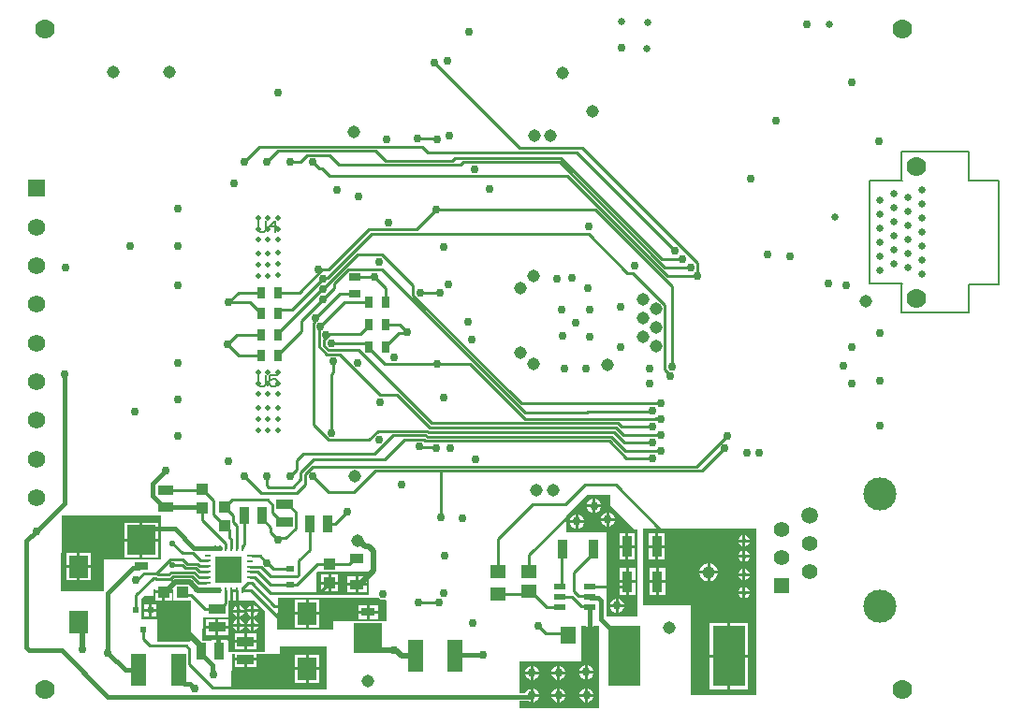
<source format=gbl>
G04*
G04 #@! TF.GenerationSoftware,Altium Limited,Altium Designer,22.9.1 (49)*
G04*
G04 Layer_Physical_Order=4*
G04 Layer_Color=16711680*
%FSLAX24Y24*%
%MOIN*%
G70*
G04*
G04 #@! TF.SameCoordinates,1C4C81CE-4E44-4544-AACE-53C2D62CD198*
G04*
G04*
G04 #@! TF.FilePolarity,Positive*
G04*
G01*
G75*
%ADD13C,0.0100*%
%ADD14C,0.0150*%
%ADD15C,0.0070*%
%ADD24R,0.0394X0.0315*%
%ADD36R,0.0576X0.0494*%
%ADD38R,0.0354X0.0748*%
%ADD42R,0.0554X0.0615*%
%ADD43R,0.0374X0.0669*%
%ADD44R,0.0433X0.0236*%
%ADD63C,0.0700*%
%ADD64C,0.0200*%
%ADD65C,0.0260*%
%ADD66C,0.1181*%
%ADD67C,0.0591*%
%ADD68C,0.0551*%
%ADD69R,0.0551X0.0551*%
%ADD70C,0.0617*%
%ADD71R,0.0617X0.0617*%
%ADD72C,0.0300*%
%ADD73C,0.0450*%
%ADD74C,0.0220*%
%ADD90C,0.0200*%
%ADD93R,0.0315X0.0394*%
%ADD94R,0.0551X0.1142*%
%ADD95R,0.0500X0.0300*%
%ADD96R,0.1000X0.1051*%
%ADD97R,0.0236X0.0236*%
%ADD98R,0.0669X0.0787*%
%ADD99R,0.0315X0.0197*%
%ADD100R,0.0098X0.0236*%
%ADD101R,0.0236X0.0098*%
%ADD102R,0.0965X0.0965*%
%ADD103R,0.0374X0.0591*%
%ADD104R,0.0591X0.0374*%
%ADD105R,0.0394X0.0394*%
%ADD106R,0.0394X0.0394*%
%ADD107R,0.0531X0.0374*%
%ADD108R,0.0512X0.0354*%
%ADD109R,0.1181X0.2165*%
%ADD110R,0.0536X0.0455*%
G36*
X19735Y13331D02*
X19745Y13331D01*
X20355D01*
Y11903D01*
X20332Y11863D01*
X19162D01*
Y12654D01*
X19165Y12657D01*
X19165Y12657D01*
X18603D01*
Y13373D01*
X18712Y13482D01*
X19026D01*
Y13706D01*
X19091D01*
Y13678D01*
X19388D01*
X19685D01*
Y13706D01*
X19735D01*
Y13331D01*
D02*
G37*
G36*
X19298Y14790D02*
X17255D01*
Y13662D01*
X17251Y13657D01*
X15773D01*
X15738Y13693D01*
X15763Y16348D01*
X19298Y16348D01*
Y14790D01*
D02*
G37*
G36*
X26693Y14343D02*
Y13526D01*
X26683Y13522D01*
X24825D01*
Y14311D01*
X24860Y14347D01*
X26693Y14343D01*
D02*
G37*
G36*
X34445Y17072D02*
X35288D01*
Y16712D01*
X36165Y15835D01*
X36250D01*
X36250Y12766D01*
X35150D01*
Y15752D01*
X33728Y15755D01*
Y16365D01*
X34440Y17078D01*
X34445Y17072D01*
D02*
G37*
G36*
X27081Y13368D02*
X27154Y13337D01*
X27234D01*
X27275Y13354D01*
X27325Y13321D01*
Y12600D01*
X25435D01*
Y12281D01*
X23468D01*
X23433Y12317D01*
X23451Y13406D01*
X27043Y13406D01*
X27081Y13368D01*
D02*
G37*
G36*
X34900Y9500D02*
X32050D01*
Y9767D01*
X32329D01*
X32358Y9738D01*
X32450Y9700D01*
Y9950D01*
Y10200D01*
X32358Y10162D01*
X32288Y10092D01*
X32259Y10022D01*
X32050D01*
Y11150D01*
X34248D01*
Y12408D01*
X34423D01*
Y12139D01*
X34406Y12114D01*
X34398Y12075D01*
X34406Y12036D01*
X34428Y12003D01*
X34461Y11981D01*
X34500Y11973D01*
X34539Y11981D01*
X34570Y12002D01*
X34599Y12007D01*
X34640Y12035D01*
X34668Y12076D01*
X34677Y12125D01*
Y12408D01*
X34900D01*
Y9500D01*
D02*
G37*
G36*
X22975Y12956D02*
Y11491D01*
X21700D01*
Y11891D01*
X21654D01*
Y11909D01*
X21080D01*
Y11891D01*
X20804D01*
X20769Y11926D01*
X20778Y12719D01*
X21700D01*
Y13202D01*
X21703Y13217D01*
Y13311D01*
X22620D01*
X22975Y12956D01*
D02*
G37*
G36*
X25194Y10155D02*
X25191Y10148D01*
X21838D01*
X21803Y10184D01*
X21816Y11413D01*
X21911D01*
Y11277D01*
X22702D01*
Y11413D01*
X23512D01*
Y11623D01*
X23518Y11670D01*
X25194D01*
Y10155D01*
D02*
G37*
G36*
X40500Y9943D02*
X38150D01*
Y13150D01*
X36450D01*
Y15900D01*
X40500D01*
Y9943D01*
D02*
G37*
%LPC*%
G36*
X19685Y13578D02*
X19438D01*
Y13331D01*
X19685D01*
Y13578D01*
D02*
G37*
G36*
X19338D02*
X19091D01*
Y13331D01*
X19338D01*
Y13578D01*
D02*
G37*
G36*
X19131Y13188D02*
X18963D01*
Y13020D01*
X19131D01*
Y13188D01*
D02*
G37*
G36*
X18863D02*
X18695D01*
Y13020D01*
X18863D01*
Y13188D01*
D02*
G37*
G36*
X19131Y12920D02*
X18963D01*
Y12752D01*
X19131D01*
Y12920D01*
D02*
G37*
G36*
X18863D02*
X18695D01*
Y12752D01*
X18863D01*
Y12920D01*
D02*
G37*
G36*
X19179Y16097D02*
X18629D01*
Y15521D01*
X19179D01*
Y16097D01*
D02*
G37*
G36*
X18529D02*
X17979D01*
Y15521D01*
X18529D01*
Y16097D01*
D02*
G37*
G36*
X19179Y15421D02*
X18629D01*
Y14846D01*
X19179D01*
Y15421D01*
D02*
G37*
G36*
X18529D02*
X17979D01*
Y14846D01*
X18529D01*
Y15421D01*
D02*
G37*
G36*
X16785Y15028D02*
X16400D01*
Y14584D01*
X16785D01*
Y15028D01*
D02*
G37*
G36*
X16300D02*
X15915D01*
Y14584D01*
X16300D01*
Y15028D01*
D02*
G37*
G36*
X16785Y14484D02*
X16400D01*
Y14041D01*
X16785D01*
Y14484D01*
D02*
G37*
G36*
X16300D02*
X15915D01*
Y14041D01*
X16300D01*
Y14484D01*
D02*
G37*
G36*
X25593Y14238D02*
X25346D01*
Y13991D01*
X25593D01*
Y14238D01*
D02*
G37*
G36*
X25246D02*
X24999D01*
Y13991D01*
X25246D01*
Y14238D01*
D02*
G37*
G36*
X26627Y14177D02*
X26321D01*
Y13949D01*
X26627D01*
Y14177D01*
D02*
G37*
G36*
X26221D02*
X25915D01*
Y13949D01*
X26221D01*
Y14177D01*
D02*
G37*
G36*
X25593Y13891D02*
X25346D01*
Y13644D01*
X25593D01*
Y13891D01*
D02*
G37*
G36*
X25246D02*
X24999D01*
Y13644D01*
X25246D01*
Y13891D01*
D02*
G37*
G36*
X26627Y13849D02*
X26321D01*
Y13622D01*
X26627D01*
Y13849D01*
D02*
G37*
G36*
X26221D02*
X25915D01*
Y13622D01*
X26221D01*
Y13849D01*
D02*
G37*
G36*
X34764Y16944D02*
Y16744D01*
X34964D01*
X34926Y16836D01*
X34856Y16906D01*
X34764Y16944D01*
D02*
G37*
G36*
X34664D02*
X34572Y16906D01*
X34502Y16836D01*
X34464Y16744D01*
X34664D01*
Y16944D01*
D02*
G37*
G36*
X34964Y16644D02*
X34764D01*
Y16444D01*
X34856Y16482D01*
X34926Y16553D01*
X34964Y16644D01*
D02*
G37*
G36*
X34664D02*
X34464D01*
X34502Y16553D01*
X34572Y16482D01*
X34664Y16444D01*
Y16644D01*
D02*
G37*
G36*
X35256Y16468D02*
Y16268D01*
X35456D01*
X35418Y16360D01*
X35347Y16430D01*
X35256Y16468D01*
D02*
G37*
G36*
X35156D02*
X35064Y16430D01*
X34994Y16360D01*
X34956Y16268D01*
X35156D01*
Y16468D01*
D02*
G37*
G36*
X34154Y16390D02*
Y16190D01*
X34354D01*
X34316Y16282D01*
X34246Y16352D01*
X34154Y16390D01*
D02*
G37*
G36*
X34054D02*
X33962Y16352D01*
X33892Y16282D01*
X33854Y16190D01*
X34054D01*
Y16390D01*
D02*
G37*
G36*
X35456Y16168D02*
X35256D01*
Y15968D01*
X35347Y16006D01*
X35418Y16077D01*
X35456Y16168D01*
D02*
G37*
G36*
X35156D02*
X34956D01*
X34994Y16077D01*
X35064Y16006D01*
X35156Y15968D01*
Y16168D01*
D02*
G37*
G36*
X34354Y16090D02*
X34154D01*
Y15891D01*
X34246Y15928D01*
X34316Y15999D01*
X34354Y16090D01*
D02*
G37*
G36*
X34054D02*
X33854D01*
X33892Y15999D01*
X33962Y15928D01*
X34054Y15891D01*
Y16090D01*
D02*
G37*
G36*
X36164Y15724D02*
X35937D01*
Y15300D01*
X36164D01*
Y15724D01*
D02*
G37*
G36*
X35837D02*
X35610D01*
Y15300D01*
X35837D01*
Y15724D01*
D02*
G37*
G36*
X36164Y15200D02*
X35937D01*
Y14776D01*
X36164D01*
Y15200D01*
D02*
G37*
G36*
X35837D02*
X35610D01*
Y14776D01*
X35837D01*
Y15200D01*
D02*
G37*
G36*
X36177Y14474D02*
X35950D01*
Y14050D01*
X36177D01*
Y14474D01*
D02*
G37*
G36*
X35850D02*
X35623D01*
Y14050D01*
X35850D01*
Y14474D01*
D02*
G37*
G36*
X36177Y13950D02*
X35950D01*
Y13526D01*
X36177D01*
Y13950D01*
D02*
G37*
G36*
X35850D02*
X35623D01*
Y13526D01*
X35850D01*
Y13950D01*
D02*
G37*
G36*
X35574Y13390D02*
Y13190D01*
X35774D01*
X35736Y13281D01*
X35666Y13352D01*
X35574Y13390D01*
D02*
G37*
G36*
X35474D02*
X35383Y13352D01*
X35312Y13281D01*
X35274Y13190D01*
X35474D01*
Y13390D01*
D02*
G37*
G36*
X35774Y13090D02*
X35574D01*
Y12890D01*
X35666Y12928D01*
X35736Y12998D01*
X35774Y13090D01*
D02*
G37*
G36*
X35474D02*
X35274D01*
X35312Y12998D01*
X35383Y12928D01*
X35474Y12890D01*
Y13090D01*
D02*
G37*
G36*
X27010Y13162D02*
X26710D01*
Y12962D01*
X27010D01*
Y13162D01*
D02*
G37*
G36*
X26610D02*
X26310D01*
Y12962D01*
X26610D01*
Y13162D01*
D02*
G37*
G36*
X24929Y13347D02*
X24545D01*
Y12904D01*
X24929D01*
Y13347D01*
D02*
G37*
G36*
X24445D02*
X24060D01*
Y12904D01*
X24445D01*
Y13347D01*
D02*
G37*
G36*
X27010Y12862D02*
X26710D01*
Y12662D01*
X27010D01*
Y12862D01*
D02*
G37*
G36*
X26610D02*
X26310D01*
Y12662D01*
X26610D01*
Y12862D01*
D02*
G37*
G36*
X24929Y12804D02*
X24545D01*
Y12360D01*
X24929D01*
Y12804D01*
D02*
G37*
G36*
X24445D02*
X24060D01*
Y12360D01*
X24445D01*
Y12804D01*
D02*
G37*
G36*
X34487Y11024D02*
Y10825D01*
X34687D01*
X34649Y10916D01*
X34579Y10986D01*
X34487Y11024D01*
D02*
G37*
G36*
X34387D02*
X34295Y10986D01*
X34225Y10916D01*
X34187Y10825D01*
X34387D01*
Y11024D01*
D02*
G37*
G36*
X33500Y11000D02*
Y10800D01*
X33700D01*
X33662Y10892D01*
X33592Y10962D01*
X33500Y11000D01*
D02*
G37*
G36*
X33400D02*
X33308Y10962D01*
X33238Y10892D01*
X33200Y10800D01*
X33400D01*
Y11000D01*
D02*
G37*
G36*
X32550D02*
Y10800D01*
X32750D01*
X32712Y10892D01*
X32642Y10962D01*
X32550Y11000D01*
D02*
G37*
G36*
X32450D02*
X32358Y10962D01*
X32288Y10892D01*
X32250Y10800D01*
X32450D01*
Y11000D01*
D02*
G37*
G36*
X34687Y10725D02*
X34487D01*
Y10525D01*
X34579Y10563D01*
X34649Y10633D01*
X34687Y10725D01*
D02*
G37*
G36*
X34387D02*
X34187D01*
X34225Y10633D01*
X34295Y10563D01*
X34387Y10525D01*
Y10725D01*
D02*
G37*
G36*
X33700Y10700D02*
X33500D01*
Y10500D01*
X33592Y10538D01*
X33662Y10608D01*
X33700Y10700D01*
D02*
G37*
G36*
X33400D02*
X33200D01*
X33238Y10608D01*
X33308Y10538D01*
X33400Y10500D01*
Y10700D01*
D02*
G37*
G36*
X32750D02*
X32550D01*
Y10500D01*
X32642Y10538D01*
X32712Y10608D01*
X32750Y10700D01*
D02*
G37*
G36*
X32450D02*
X32250D01*
X32288Y10608D01*
X32358Y10538D01*
X32450Y10500D01*
Y10700D01*
D02*
G37*
G36*
X34500Y10200D02*
Y10000D01*
X34700D01*
X34662Y10092D01*
X34592Y10162D01*
X34500Y10200D01*
D02*
G37*
G36*
X34400D02*
X34308Y10162D01*
X34238Y10092D01*
X34200Y10000D01*
X34400D01*
Y10200D01*
D02*
G37*
G36*
X33500D02*
Y10000D01*
X33700D01*
X33662Y10092D01*
X33592Y10162D01*
X33500Y10200D01*
D02*
G37*
G36*
X33400D02*
X33308Y10162D01*
X33238Y10092D01*
X33200Y10000D01*
X33400D01*
Y10200D01*
D02*
G37*
G36*
X32550D02*
Y10000D01*
X32750D01*
X32712Y10092D01*
X32642Y10162D01*
X32550Y10200D01*
D02*
G37*
G36*
X34700Y9900D02*
X34500D01*
Y9700D01*
X34592Y9738D01*
X34662Y9808D01*
X34700Y9900D01*
D02*
G37*
G36*
X34400D02*
X34200D01*
X34238Y9808D01*
X34308Y9738D01*
X34400Y9700D01*
Y9900D01*
D02*
G37*
G36*
X33700D02*
X33500D01*
Y9700D01*
X33592Y9738D01*
X33662Y9808D01*
X33700Y9900D01*
D02*
G37*
G36*
X33400D02*
X33200D01*
X33238Y9808D01*
X33308Y9738D01*
X33400Y9700D01*
Y9900D01*
D02*
G37*
G36*
X32750D02*
X32550D01*
Y9700D01*
X32642Y9738D01*
X32712Y9808D01*
X32750Y9900D01*
D02*
G37*
G36*
X22605Y13152D02*
Y13007D01*
X22751D01*
X22725Y13070D01*
X22669Y13126D01*
X22605Y13152D01*
D02*
G37*
G36*
X22505D02*
X22442Y13126D01*
X22386Y13070D01*
X22360Y13007D01*
X22505D01*
Y13152D01*
D02*
G37*
G36*
X22100Y13146D02*
Y13000D01*
X22246D01*
X22220Y13063D01*
X22163Y13120D01*
X22100Y13146D01*
D02*
G37*
G36*
X22000D02*
X21937Y13120D01*
X21880Y13063D01*
X21854Y13000D01*
X22000D01*
Y13146D01*
D02*
G37*
G36*
X22751Y12907D02*
X22605D01*
Y12761D01*
X22669Y12787D01*
X22725Y12843D01*
X22751Y12907D01*
D02*
G37*
G36*
X22505D02*
X22360D01*
X22386Y12843D01*
X22442Y12787D01*
X22505Y12761D01*
Y12907D01*
D02*
G37*
G36*
X22246Y12900D02*
X22100D01*
Y12754D01*
X22163Y12780D01*
X22220Y12837D01*
X22246Y12900D01*
D02*
G37*
G36*
X22000D02*
X21854D01*
X21880Y12837D01*
X21937Y12780D01*
X22000Y12754D01*
Y12900D01*
D02*
G37*
G36*
X22600Y12646D02*
Y12500D01*
X22746D01*
X22720Y12563D01*
X22663Y12620D01*
X22600Y12646D01*
D02*
G37*
G36*
X22500D02*
X22437Y12620D01*
X22380Y12563D01*
X22354Y12500D01*
X22500D01*
Y12646D01*
D02*
G37*
G36*
X22100D02*
Y12500D01*
X22246D01*
X22220Y12563D01*
X22163Y12620D01*
X22100Y12646D01*
D02*
G37*
G36*
X22000D02*
X21937Y12620D01*
X21882Y12565D01*
X21880Y12563D01*
X21854Y12500D01*
X22000D01*
Y12646D01*
D02*
G37*
G36*
X21676Y12662D02*
X21331D01*
Y12425D01*
X21676D01*
Y12662D01*
D02*
G37*
G36*
X21231D02*
X20886D01*
Y12425D01*
X21231D01*
Y12662D01*
D02*
G37*
G36*
X22746Y12400D02*
X22600D01*
Y12254D01*
X22663Y12280D01*
X22720Y12337D01*
X22746Y12400D01*
D02*
G37*
G36*
X22500D02*
X22354D01*
X22380Y12337D01*
X22437Y12280D01*
X22500Y12254D01*
Y12400D01*
D02*
G37*
G36*
X22246D02*
X22100D01*
Y12254D01*
X22163Y12280D01*
X22220Y12337D01*
X22246Y12400D01*
D02*
G37*
G36*
X22000D02*
X21854D01*
X21880Y12337D01*
X21937Y12280D01*
X22000Y12254D01*
Y12400D01*
D02*
G37*
G36*
X21676Y12325D02*
X21331D01*
Y12088D01*
X21676D01*
Y12325D01*
D02*
G37*
G36*
X21231D02*
X20886D01*
Y12088D01*
X21231D01*
Y12325D01*
D02*
G37*
G36*
X22702Y12144D02*
X22356D01*
Y11907D01*
X22702D01*
Y12144D01*
D02*
G37*
G36*
X22256D02*
X21911D01*
Y11907D01*
X22256D01*
Y12144D01*
D02*
G37*
G36*
X22702Y11807D02*
X22356D01*
Y11570D01*
X22702D01*
Y11807D01*
D02*
G37*
G36*
X22256D02*
X21911D01*
Y11570D01*
X22256D01*
Y11807D01*
D02*
G37*
G36*
X22702Y11177D02*
X22356D01*
Y10940D01*
X22702D01*
Y11177D01*
D02*
G37*
G36*
X22256D02*
X21911D01*
Y10940D01*
X22256D01*
Y11177D01*
D02*
G37*
G36*
X24929Y11379D02*
X24545D01*
Y10935D01*
X24929D01*
Y11379D01*
D02*
G37*
G36*
X24445D02*
X24060D01*
Y10935D01*
X24445D01*
Y11379D01*
D02*
G37*
G36*
X24929Y10835D02*
X24545D01*
Y10391D01*
X24929D01*
Y10835D01*
D02*
G37*
G36*
X24445D02*
X24060D01*
Y10391D01*
X24445D01*
Y10835D01*
D02*
G37*
G36*
X40100Y15646D02*
Y15500D01*
X40246D01*
X40220Y15563D01*
X40163Y15620D01*
X40100Y15646D01*
D02*
G37*
G36*
X40000D02*
X39937Y15620D01*
X39880Y15563D01*
X39854Y15500D01*
X40000D01*
Y15646D01*
D02*
G37*
G36*
X37227Y15724D02*
X37000D01*
Y15300D01*
X37227D01*
Y15724D01*
D02*
G37*
G36*
X36900D02*
X36673D01*
Y15300D01*
X36900D01*
Y15724D01*
D02*
G37*
G36*
X40246Y15400D02*
X40100D01*
Y15254D01*
X40163Y15280D01*
X40220Y15337D01*
X40246Y15400D01*
D02*
G37*
G36*
X40000D02*
X39854D01*
X39880Y15337D01*
X39937Y15280D01*
X40000Y15254D01*
Y15400D01*
D02*
G37*
G36*
X40100Y15096D02*
Y14950D01*
X40246D01*
X40220Y15013D01*
X40163Y15070D01*
X40100Y15096D01*
D02*
G37*
G36*
X40000D02*
X39937Y15070D01*
X39880Y15013D01*
X39854Y14950D01*
X40000D01*
Y15096D01*
D02*
G37*
G36*
X37227Y15200D02*
X37000D01*
Y14776D01*
X37227D01*
Y15200D01*
D02*
G37*
G36*
X36900D02*
X36673D01*
Y14776D01*
X36900D01*
Y15200D01*
D02*
G37*
G36*
X40246Y14850D02*
X40100D01*
Y14704D01*
X40163Y14730D01*
X40220Y14787D01*
X40246Y14850D01*
D02*
G37*
G36*
X40000D02*
X39854D01*
X39880Y14787D01*
X39937Y14730D01*
X40000Y14704D01*
Y14850D01*
D02*
G37*
G36*
X38842Y14653D02*
Y14380D01*
X39115D01*
X39095Y14455D01*
X39052Y14529D01*
X38991Y14590D01*
X38917Y14632D01*
X38842Y14653D01*
D02*
G37*
G36*
X38742D02*
X38666Y14632D01*
X38592Y14590D01*
X38532Y14529D01*
X38489Y14455D01*
X38469Y14380D01*
X38742D01*
Y14653D01*
D02*
G37*
G36*
X40100Y14446D02*
Y14300D01*
X40246D01*
X40220Y14363D01*
X40163Y14420D01*
X40100Y14446D01*
D02*
G37*
G36*
X40000D02*
X39937Y14420D01*
X39880Y14363D01*
X39854Y14300D01*
X40000D01*
Y14446D01*
D02*
G37*
G36*
X40246Y14200D02*
X40100D01*
Y14054D01*
X40163Y14080D01*
X40220Y14137D01*
X40246Y14200D01*
D02*
G37*
G36*
X40000D02*
X39854D01*
X39880Y14137D01*
X39937Y14080D01*
X40000Y14054D01*
Y14200D01*
D02*
G37*
G36*
X37240Y14474D02*
X37013D01*
Y14050D01*
X37240D01*
Y14474D01*
D02*
G37*
G36*
X36913D02*
X36686D01*
Y14050D01*
X36913D01*
Y14474D01*
D02*
G37*
G36*
X39115Y14280D02*
X38842D01*
Y14006D01*
X38917Y14027D01*
X38991Y14069D01*
X39052Y14130D01*
X39095Y14204D01*
X39115Y14280D01*
D02*
G37*
G36*
X38742D02*
X38469D01*
X38489Y14204D01*
X38532Y14130D01*
X38592Y14069D01*
X38666Y14027D01*
X38742Y14006D01*
Y14280D01*
D02*
G37*
G36*
X40100Y13796D02*
Y13650D01*
X40246D01*
X40220Y13713D01*
X40163Y13770D01*
X40100Y13796D01*
D02*
G37*
G36*
X40000D02*
X39937Y13770D01*
X39880Y13713D01*
X39854Y13650D01*
X40000D01*
Y13796D01*
D02*
G37*
G36*
X37240Y13950D02*
X37013D01*
Y13526D01*
X37240D01*
Y13950D01*
D02*
G37*
G36*
X36913D02*
X36686D01*
Y13526D01*
X36913D01*
Y13950D01*
D02*
G37*
G36*
X40246Y13550D02*
X40100D01*
Y13404D01*
X40163Y13430D01*
X40220Y13487D01*
X40246Y13550D01*
D02*
G37*
G36*
X40000D02*
X39854D01*
X39880Y13487D01*
X39937Y13430D01*
X40000Y13404D01*
Y13550D01*
D02*
G37*
G36*
X40205Y12522D02*
X39564D01*
Y11389D01*
X40205D01*
Y12522D01*
D02*
G37*
G36*
X39464D02*
X38824D01*
Y11389D01*
X39464D01*
Y12522D01*
D02*
G37*
G36*
X40205Y11289D02*
X39564D01*
Y10157D01*
X40205D01*
Y11289D01*
D02*
G37*
G36*
X39464D02*
X38824D01*
Y10157D01*
X39464D01*
Y11289D01*
D02*
G37*
%LPD*%
D13*
X29076Y18788D02*
X29102Y18761D01*
X28511Y18788D02*
X29076D01*
X28484Y18814D02*
X28511Y18788D01*
X20301Y11049D02*
Y11585D01*
Y11049D02*
X21132Y10218D01*
X21996D01*
X22212Y10434D01*
X32650Y17246D02*
Y17250D01*
X34508Y26389D02*
X35896Y25000D01*
X26801Y26389D02*
X34508D01*
X35896Y25000D02*
X36086D01*
X37234Y21541D02*
Y23852D01*
X36086Y25000D02*
X37234Y23852D01*
X37414Y21320D02*
Y21361D01*
X37234Y21541D02*
X37414Y21361D01*
X45876Y26696D02*
X45896Y26716D01*
X20751Y16199D02*
Y16625D01*
Y16199D02*
X21600Y15350D01*
Y15181D02*
Y15350D01*
Y15181D02*
X21601Y15181D01*
X25494Y16067D02*
X25914Y16487D01*
X26162Y17200D02*
X26912Y17950D01*
X29250D01*
X25250Y17200D02*
X26162D01*
X19124Y14087D02*
X19628D01*
X19186Y14237D02*
X19565D01*
X19128Y14296D02*
X19186Y14237D01*
X19705Y14577D02*
X20057D01*
X20523Y14475D02*
X20656Y14342D01*
X20625Y13948D02*
X20882D01*
X20399Y14175D02*
X20625Y13948D01*
X20057Y14577D02*
X20159Y14475D01*
X20656Y14342D02*
X20950D01*
X20686Y14736D02*
X20950D01*
X20417Y15006D02*
X20686Y14736D01*
X20461Y14325D02*
X20641Y14145D01*
X20950D01*
X19007Y14121D02*
X19090D01*
X19653Y14325D02*
X20461D01*
X19715Y14175D02*
X20399D01*
X19692Y15366D02*
X20053Y15006D01*
X19090Y14121D02*
X19124Y14087D01*
X20671Y14539D02*
X20950D01*
X20053Y15006D02*
X20417D01*
X19628Y14087D02*
X19715Y14175D01*
X19565Y14237D02*
X19653Y14325D01*
X20059Y14787D02*
X20221Y14625D01*
X20585D01*
X20671Y14539D01*
X20159Y14475D02*
X20523D01*
X18379Y14042D02*
X18437D01*
X18691Y14296D02*
X19128D01*
X18401Y13516D02*
X19007Y14121D01*
X18437Y14042D02*
X18691Y14296D01*
X19128D02*
X19618Y14787D01*
X20163Y13523D02*
X20345D01*
X20863Y13005D01*
X21389D01*
X20057Y13628D02*
X20163Y13523D01*
X18401Y12970D02*
Y13516D01*
X18657Y11948D02*
Y12300D01*
X18896Y11709D02*
X20177D01*
X18657Y11948D02*
X18896Y11709D01*
X20177D02*
X20301Y11585D01*
X21331Y11549D02*
X21367Y11514D01*
X19618Y14787D02*
X20059D01*
X29766Y11348D02*
X29810Y11393D01*
X21995Y13107D02*
Y13685D01*
X21798Y13306D02*
X21901Y13202D01*
X21798Y13306D02*
Y13685D01*
X21995D01*
X22192Y13685D02*
Y13756D01*
X22192Y13685D02*
X22192Y13685D01*
X22379Y13942D02*
X22446D01*
X22192Y13756D02*
X22379Y13942D01*
X22482Y13685D02*
X23518Y12648D01*
X22192Y13685D02*
X22482D01*
X23331Y13124D02*
X23649D01*
X22513Y13942D02*
X23331Y13124D01*
X22446Y13942D02*
X22513D01*
X21601Y13217D02*
Y13685D01*
X21389Y13005D02*
X21601Y13217D01*
X25214Y16067D02*
X25494D01*
X25296Y14611D02*
X25998D01*
X26192Y14805D01*
X26271D01*
X24929Y13574D02*
X25296Y13941D01*
X23886Y13874D02*
X23886Y13874D01*
X24136D01*
X24873Y14611D01*
X25296D01*
X24199Y14258D02*
Y14749D01*
X24140Y14199D02*
X24199Y14258D01*
X23186Y14199D02*
X24140D01*
X24199Y14749D02*
X24584Y15134D01*
X22714Y14336D02*
X23176Y13874D01*
X22446Y14336D02*
X22714D01*
X22446Y14533D02*
X22853D01*
X23186Y14199D01*
X24584Y15134D02*
Y16067D01*
X23186Y13574D02*
X24929D01*
X22622Y14138D02*
X23186Y13574D01*
X22446Y14139D02*
X22447Y14138D01*
X22622D01*
X23176Y13874D02*
X23886D01*
X23073Y14666D02*
X23095D01*
X23296Y14464D02*
X23886D01*
X23095Y14666D02*
X23296Y14464D01*
X22514Y14926D02*
X22813D01*
X23073Y14666D01*
X22882Y16246D02*
X23202Y15926D01*
Y15748D02*
Y15926D01*
Y15748D02*
X23450Y15500D01*
X22882Y16246D02*
Y16354D01*
X23718Y15538D02*
X24077Y15898D01*
X23488Y15538D02*
X23718D01*
X23450Y15500D02*
X23488Y15538D01*
X24077Y15898D02*
Y16469D01*
X23790Y16756D02*
X24077Y16469D01*
X23682Y16756D02*
X23790D01*
X22252Y15309D02*
Y16354D01*
X22192Y15248D02*
X22252Y15309D01*
X22192Y15181D02*
Y15248D01*
X23259Y16442D02*
X23574Y16126D01*
X23682D01*
X23259Y16442D02*
Y16730D01*
X23080Y16908D02*
X23259Y16730D01*
X21816Y16908D02*
X23080D01*
X21563Y16655D02*
X21816Y16908D01*
X21860Y16123D02*
Y16358D01*
X21995Y15181D02*
Y15988D01*
X21860Y16123D02*
X21995Y15988D01*
X21563Y16655D02*
X21860Y16358D01*
X21710Y15588D02*
Y15838D01*
X21563Y15985D02*
X21710Y15838D01*
Y15588D02*
X21798Y15500D01*
Y15181D02*
Y15500D01*
X21157Y16391D02*
X21563Y15985D01*
X21157Y16391D02*
Y16889D01*
X20751Y17295D02*
X21157Y16889D01*
X19463Y17254D02*
X20711D01*
X20751Y17295D01*
X32989Y12150D02*
X33725D01*
X32732Y12408D02*
X32989Y12150D01*
X34500Y12075D02*
X34525Y12100D01*
X33725Y12150D02*
X33775Y12100D01*
X32400Y14937D02*
X33817Y16354D01*
X32400Y14345D02*
Y14937D01*
X34386Y17438D02*
X35492D01*
X37102Y15828D01*
X33705Y16757D02*
X34386Y17438D01*
X32524Y16757D02*
X33705D01*
X31300Y15533D02*
X32524Y16757D01*
X31300Y14357D02*
Y15533D01*
X35773Y13824D02*
X35900Y13951D01*
X34550Y13824D02*
X35773D01*
X35900Y13951D02*
Y14000D01*
X22250Y17750D02*
X22850Y17150D01*
X24123D02*
X24420Y17447D01*
X22850Y17150D02*
X24123D01*
X24125Y17992D02*
Y18333D01*
X23883Y17750D02*
X24125Y17992D01*
X24700Y17750D02*
X25250Y17200D01*
X24420Y17447D02*
Y17824D01*
X23067Y17422D02*
X23125Y17363D01*
X37080Y18696D02*
X37104Y18720D01*
X23067Y17422D02*
Y17750D01*
X23125Y17363D02*
X23990D01*
X24270Y17644D01*
Y17886D01*
X34525Y12100D02*
X34550Y12125D01*
X25415Y21465D02*
Y21850D01*
X25350Y21400D02*
X25415Y21465D01*
X25350Y19322D02*
Y21400D01*
Y19322D02*
X25372Y19300D01*
X29250Y17950D02*
X38558D01*
X39349Y18741D01*
X38348Y18100D02*
X39440Y19193D01*
X24696Y18100D02*
X38348D01*
X35872Y18382D02*
X36820D01*
X24420Y17824D02*
X24696Y18100D01*
X27964Y19064D02*
X28646D01*
X27250Y18350D02*
X27964Y19064D01*
X24270Y17886D02*
X24734Y18350D01*
X27250D01*
X24342Y18550D02*
X26904D01*
X24125Y18333D02*
X24342Y18550D01*
X26904D02*
X27568Y19214D01*
X35824Y18663D02*
X37104D01*
X35796Y18946D02*
X36781D01*
X37104Y19259D02*
X37150D01*
X35486Y19494D02*
X35755Y19226D01*
X37104D01*
X35684Y19509D02*
X36828D01*
X37042Y19813D02*
X37080Y19851D01*
X35610Y19794D02*
X35621Y19783D01*
X34487Y20054D02*
X36761D01*
X35621Y19783D02*
X36885D01*
X36914Y19813D02*
X37042D01*
X36885Y19783D02*
X36914Y19813D01*
X32110Y20351D02*
X37104D01*
X32242Y19794D02*
X35610D01*
X28265Y24196D02*
X32110Y20351D01*
X37485Y21662D02*
Y24515D01*
X34750Y27250D02*
X37485Y24515D01*
X29770Y29100D02*
X33536D01*
X37136Y25500D01*
X33474Y28950D02*
X37224Y25200D01*
X38150D01*
X37312Y24900D02*
X38400D01*
X33762Y28450D02*
X37312Y24900D01*
X30055Y28950D02*
X33474D01*
X25300Y28450D02*
X33762D01*
X29100Y27250D02*
X34750D01*
X37136Y25500D02*
X37850D01*
X34442Y20009D02*
X34487Y20054D01*
X32240Y20009D02*
X34442D01*
X27146Y25103D02*
X32240Y20009D01*
X26309Y22250D02*
X28915Y19644D01*
X27697Y20650D02*
X28852Y19494D01*
X28915Y19644D02*
X35548D01*
X28852Y19494D02*
X35486D01*
X25100Y22604D02*
X25300Y22803D01*
X30287Y21750D02*
X32242Y19794D01*
X35548Y19644D02*
X35684Y19509D01*
X27568Y19214D02*
X28708D01*
X28646Y19064D02*
X28699Y19011D01*
X27011Y19364D02*
X28771D01*
X35326Y19161D02*
X35824Y18663D01*
X28761Y19161D02*
X35326D01*
X28699Y19011D02*
X35242D01*
X28823Y19311D02*
X35431D01*
X35242Y19011D02*
X35872Y18382D01*
X26696Y19050D02*
X27011Y19364D01*
X28771D02*
X28823Y19311D01*
X28708Y19214D02*
X28761Y19161D01*
X35431Y19311D02*
X35796Y18946D01*
X26280Y25650D02*
X27154D01*
X28265Y24539D01*
Y24196D02*
Y24539D01*
X25055Y24426D02*
X26280Y25650D01*
X25453Y24603D02*
X25953Y25103D01*
X27146D01*
X26200Y24845D02*
X26205Y24850D01*
X26900D01*
X26682Y26539D02*
X28389D01*
X24903Y25128D02*
X25003D01*
X25270D01*
X26682Y26539D01*
X24222Y24300D02*
X25003Y25081D01*
X25226Y24814D02*
X26801Y26389D01*
X25052Y24776D02*
X25090Y24814D01*
X25226D01*
X28389Y26539D02*
X29100Y27250D01*
X27265Y21750D02*
X29111D01*
X30287D01*
X26705Y22311D02*
X27265Y21750D01*
X38400Y24900D02*
Y25354D01*
X34304Y29450D02*
X38400Y25354D01*
X32057Y29450D02*
X34304D01*
X29018Y32489D02*
X32057Y29450D01*
X22800Y29500D02*
X28577D01*
X28777Y29300D01*
X22250Y28950D02*
X22800Y29500D01*
X28438Y29772D02*
X29118D01*
X28426Y29785D02*
X28438Y29772D01*
X29118D02*
X29131Y29760D01*
X28515Y24300D02*
X29237D01*
X34100Y29300D02*
X37600Y25800D01*
X28777Y29300D02*
X34100D01*
X29953Y28847D02*
X30055Y28950D01*
X29668Y28997D02*
X29770Y29100D01*
X24700Y28950D02*
X24933Y28717D01*
X25033D01*
X25633Y28867D02*
X27205D01*
X23883Y28950D02*
X24246D01*
X25300Y29200D02*
X25633Y28867D01*
X26935Y29350D02*
X27287Y28997D01*
X24246Y28950D02*
X24495Y29200D01*
X25300D01*
X23067Y28950D02*
X23467Y29350D01*
X26935D01*
X25033Y28717D02*
X25300Y28450D01*
X24700Y17750D02*
X24700D01*
X27205Y28867D02*
X27225Y28847D01*
X29953D01*
X27287Y28997D02*
X29668D01*
X25268Y19050D02*
X26696D01*
X29250Y16300D02*
Y17950D01*
X24722Y19596D02*
X25268Y19050D01*
X24745Y23225D02*
Y23359D01*
X24722Y23202D02*
X24745Y23225D01*
X24722Y19596D02*
Y23202D01*
X24745Y23359D02*
X24783Y23397D01*
X23445Y22089D02*
X24277Y22921D01*
Y23277D01*
X25050Y24050D01*
X25646Y22100D02*
X27096Y20650D01*
X27697D01*
X24911Y22373D02*
Y22903D01*
Y22373D02*
X25184Y22100D01*
X25646D01*
X24911Y22903D02*
X24934Y22926D01*
Y23060D02*
X24972Y23098D01*
X24934Y22926D02*
Y23060D01*
X25100Y22396D02*
X25246Y22250D01*
X25100Y22396D02*
Y22604D01*
X25300Y22803D02*
X26397D01*
X26705Y23111D01*
X25246Y22250D02*
X26309D01*
X26705Y23111D02*
Y23150D01*
X25350Y22500D02*
X26555D01*
X26597Y22497D02*
X26705Y22389D01*
X26555Y22500D02*
X26558Y22497D01*
X26705Y22350D02*
Y22389D01*
X26558Y22497D02*
X26597D01*
X26705Y22311D02*
Y22350D01*
X25453Y24453D02*
Y24603D01*
X25050Y24050D02*
X25453Y24453D01*
X25640Y24255D02*
X26200D01*
X24783Y23397D02*
X25640Y24255D01*
X24972Y23098D02*
X25824Y23950D01*
X26705D01*
X24903Y25128D02*
X24977Y25054D01*
X25032Y24426D02*
X25055D01*
X24903Y25128D02*
Y25128D01*
X27800Y23150D02*
X28050Y22900D01*
X27295Y23150D02*
X27800D01*
X23445Y22839D02*
X25032Y24426D01*
X27295Y23950D02*
Y24455D01*
X26900Y24850D02*
X27295Y24455D01*
Y22350D02*
Y22389D01*
X27768Y22862D01*
X28012D01*
X28050Y22900D01*
X21700Y23950D02*
X22050Y24300D01*
X22855D01*
X22455Y23950D02*
X22708Y23697D01*
X21700Y23950D02*
X22455D01*
X22855Y23550D02*
Y23589D01*
X22747Y23697D02*
X22855Y23589D01*
X22708Y23697D02*
X22747D01*
X21650Y22450D02*
X22000Y22800D01*
X22855D01*
X22050Y22050D02*
X22855D01*
X21650Y22450D02*
X22050Y22050D01*
X23445D02*
Y22089D01*
Y22800D02*
Y22839D01*
X23967Y23697D02*
X25046Y24776D01*
X23553Y23697D02*
X23967D01*
X23445Y23550D02*
Y23589D01*
X23553Y23697D01*
X25046Y24776D02*
X25052D01*
X23445Y24300D02*
X24222D01*
X28450Y13250D02*
X29200D01*
X32395Y13600D02*
X32500Y13705D01*
X32445Y13651D02*
X33020Y13076D01*
X32441Y13655D02*
X32445Y13651D01*
X33020Y13076D02*
X33487D01*
X32400Y13655D02*
X32441D01*
X33921Y13446D02*
X34248Y13119D01*
X34507D02*
X34550Y13076D01*
X33487Y13446D02*
X33921D01*
X34248Y13119D02*
X34507D01*
X33389Y13446D02*
X33487D01*
X34000Y14302D02*
X34700Y15002D01*
X34000Y13650D02*
Y14302D01*
X34700Y15002D02*
Y15150D01*
X34157Y13493D02*
X34507D01*
X34000Y13650D02*
X34157Y13493D01*
X33542Y13867D02*
Y15095D01*
X33487Y13824D02*
X33499D01*
X33542Y15095D02*
X33598Y15150D01*
X33499Y13824D02*
X33542Y13867D01*
X32295Y13550D02*
X32400Y13655D01*
X31300Y13550D02*
X32295D01*
D14*
X14850Y15800D02*
X15850Y16800D01*
Y21400D01*
X14500Y15450D02*
X14850Y15800D01*
X21121Y10729D02*
Y11021D01*
X20737Y11406D02*
X21121Y11021D01*
Y10729D02*
X21150Y10700D01*
X20459Y10200D02*
X20500D01*
X20313Y10346D02*
X20459Y10200D01*
X19908Y10547D02*
Y10842D01*
Y10547D02*
X20109Y10346D01*
X20313D01*
X20737Y11406D02*
Y11514D01*
X17405Y9895D02*
X32450D01*
X15750Y11550D02*
X17405Y9895D01*
X17378Y11450D02*
Y11495D01*
X18008Y10842D02*
X18491D01*
X17400Y11450D02*
X18008Y10842D01*
X14500Y11638D02*
Y15450D01*
X14588Y11550D02*
X15750D01*
X14500Y11638D02*
X14588Y11550D01*
X19000Y17048D02*
X19384Y16664D01*
X19000Y17500D02*
X19450Y17950D01*
X19000Y17048D02*
Y17500D01*
X19384Y16664D02*
X19463D01*
X17390Y11508D02*
Y13584D01*
X18277Y14471D01*
X18504D01*
X18579Y14546D01*
X17378Y11495D02*
X17390Y11508D01*
X19463Y16664D02*
X19482Y16645D01*
X20732D02*
X20751Y16625D01*
X19482Y16645D02*
X20732D01*
X21331Y11549D02*
Y11997D01*
X19774Y15870D02*
X20463Y15181D01*
X19055Y15870D02*
X19774D01*
X20463Y15181D02*
X21207D01*
X21404D01*
X16504Y14536D02*
Y14595D01*
X29810Y11393D02*
X30760D01*
X34873Y13407D02*
X34961Y13319D01*
Y12645D02*
Y13319D01*
Y12645D02*
X35774Y11832D01*
X34593Y13407D02*
X34873D01*
X35774Y11339D02*
Y11832D01*
X34550Y13450D02*
X34593Y13407D01*
X34550Y12125D02*
Y13076D01*
D15*
X48066Y28296D02*
X49116D01*
X48066Y24596D02*
X49116D01*
X44526Y28286D02*
X45676D01*
X44526Y24606D02*
X45676D01*
X48066Y28296D02*
Y29321D01*
X45666D02*
X48066D01*
X45666Y23571D02*
X48066D01*
Y24596D01*
X44526Y24606D02*
Y28286D01*
X45666Y28296D02*
Y29321D01*
Y23571D02*
Y24596D01*
X49116D02*
Y28296D01*
X22750Y21356D02*
Y21023D01*
X22816Y20956D01*
X22950D01*
X23016Y21023D01*
Y21356D01*
X23416D02*
X23150D01*
Y21156D01*
X23283Y21223D01*
X23349D01*
X23416Y21156D01*
Y21023D01*
X23349Y20956D01*
X23216D01*
X23150Y21023D01*
X22750Y26863D02*
Y26530D01*
X22816Y26463D01*
X22950D01*
X23016Y26530D01*
Y26863D01*
X23349Y26463D02*
Y26863D01*
X23150Y26663D01*
X23416D01*
D24*
X26200Y24255D02*
D03*
Y24845D02*
D03*
D36*
X31300Y14357D02*
D03*
Y13550D02*
D03*
D38*
X36950Y15250D02*
D03*
X35887D02*
D03*
X35900Y14000D02*
D03*
X36963D02*
D03*
D42*
X34525Y12100D02*
D03*
X33775D02*
D03*
D43*
X34700Y15150D02*
D03*
X33598D02*
D03*
D44*
X34550Y13076D02*
D03*
X33487D02*
D03*
Y13446D02*
D03*
X34550Y13824D02*
D03*
X33487D02*
D03*
X34550Y13450D02*
D03*
D63*
X46196Y28796D02*
D03*
Y24096D02*
D03*
X45700Y33700D02*
D03*
Y10150D02*
D03*
X15150D02*
D03*
Y33700D02*
D03*
D64*
X40050Y13600D02*
D03*
Y14250D02*
D03*
Y14900D02*
D03*
Y15450D02*
D03*
X22050Y12950D02*
D03*
Y12450D02*
D03*
X22550D02*
D03*
X22555Y12957D02*
D03*
X21698Y14433D02*
D03*
X21400Y14100D02*
D03*
X22000D02*
D03*
Y14750D02*
D03*
X21400D02*
D03*
X23441Y19395D02*
D03*
X23099Y19393D02*
D03*
X22749D02*
D03*
X23441Y19795D02*
D03*
X23099Y19793D02*
D03*
X22749D02*
D03*
X23441Y20195D02*
D03*
X23099Y20193D02*
D03*
X22749D02*
D03*
X23449Y20693D02*
D03*
X23099D02*
D03*
X22749D02*
D03*
X23449Y21043D02*
D03*
X23099D02*
D03*
X22749D02*
D03*
X23449Y21443D02*
D03*
X23099D02*
D03*
X22749D02*
D03*
X23441Y24902D02*
D03*
X23099Y24900D02*
D03*
X22749D02*
D03*
X23441Y25302D02*
D03*
X23099Y25300D02*
D03*
X22749D02*
D03*
X23441Y25702D02*
D03*
X23099Y25700D02*
D03*
X22749D02*
D03*
X23449Y26200D02*
D03*
X23099D02*
D03*
X22749D02*
D03*
X23449Y26550D02*
D03*
X23099D02*
D03*
X22749D02*
D03*
X23449Y26950D02*
D03*
X23099D02*
D03*
X22749D02*
D03*
D65*
X45376Y25826D02*
D03*
Y26826D02*
D03*
Y27326D02*
D03*
X44876Y25076D02*
D03*
Y27076D02*
D03*
Y27576D02*
D03*
X45376Y25326D02*
D03*
Y27826D02*
D03*
X44876Y26076D02*
D03*
Y25576D02*
D03*
X45376Y26326D02*
D03*
X44876Y26576D02*
D03*
X46376Y27946D02*
D03*
Y25946D02*
D03*
Y26946D02*
D03*
Y25446D02*
D03*
Y26446D02*
D03*
X45876Y25196D02*
D03*
Y27696D02*
D03*
Y27196D02*
D03*
Y25696D02*
D03*
Y26196D02*
D03*
X46376Y27446D02*
D03*
X45876Y26696D02*
D03*
X46376Y24946D02*
D03*
X43300Y27000D02*
D03*
X43100Y33850D02*
D03*
X35690Y33966D02*
D03*
X36628Y33916D02*
D03*
X36593Y32973D02*
D03*
D66*
X44897Y13102D02*
D03*
Y17102D02*
D03*
D67*
X42397Y16350D02*
D03*
D68*
X41397Y15850D02*
D03*
X42397Y15350D02*
D03*
X41397Y14850D02*
D03*
X42397Y14350D02*
D03*
D69*
X41397Y13850D02*
D03*
D70*
X14850Y23878D02*
D03*
Y25256D02*
D03*
Y18366D02*
D03*
Y19744D02*
D03*
Y16988D02*
D03*
Y26634D02*
D03*
Y22500D02*
D03*
Y21122D02*
D03*
D71*
Y28012D02*
D03*
D72*
X29579Y18761D02*
D03*
X29102D02*
D03*
X41700Y25600D02*
D03*
X40900Y25650D02*
D03*
X21150Y10700D02*
D03*
X20500Y10200D02*
D03*
X33450Y9950D02*
D03*
Y10750D02*
D03*
X34450Y9950D02*
D03*
X32500D02*
D03*
X34437Y10775D02*
D03*
X32500Y10750D02*
D03*
X19900Y24550D02*
D03*
X14850Y15800D02*
D03*
X19450Y17950D02*
D03*
X15850Y21400D02*
D03*
X15900Y25200D02*
D03*
X21700Y18300D02*
D03*
X44900Y22850D02*
D03*
X34427Y21600D02*
D03*
X35650Y22350D02*
D03*
Y23800D02*
D03*
X36150Y25250D02*
D03*
X33400Y24800D02*
D03*
X43900Y31800D02*
D03*
X42300Y33850D02*
D03*
X43700Y24550D02*
D03*
X16500Y11600D02*
D03*
X44900Y21142D02*
D03*
Y19542D02*
D03*
X19900Y19200D02*
D03*
X27600Y11550D02*
D03*
X17400Y11450D02*
D03*
X18400Y14050D02*
D03*
X25914Y16487D02*
D03*
X30760Y11393D02*
D03*
X23073Y14666D02*
D03*
X44846Y29682D02*
D03*
X32732Y12408D02*
D03*
X41206Y30402D02*
D03*
X35524Y13140D02*
D03*
X35206Y16218D02*
D03*
X34104Y16140D02*
D03*
X34714Y16694D02*
D03*
X35687Y33008D02*
D03*
X23883Y17750D02*
D03*
X18368Y20062D02*
D03*
X27194Y13537D02*
D03*
X29387Y14915D02*
D03*
X26317Y27711D02*
D03*
X25415Y21850D02*
D03*
X25372Y19300D02*
D03*
X25557Y27952D02*
D03*
X27334Y29762D02*
D03*
X39349Y18741D02*
D03*
X30500Y18350D02*
D03*
X36781Y18382D02*
D03*
X37104Y18663D02*
D03*
X36781Y18945D02*
D03*
X37104Y20351D02*
D03*
Y19788D02*
D03*
X36781Y20070D02*
D03*
X37414Y21320D02*
D03*
X37485Y21662D02*
D03*
X38400Y24900D02*
D03*
X36781Y19507D02*
D03*
X37104Y19226D02*
D03*
X39440Y19193D02*
D03*
X27050Y19050D02*
D03*
Y25400D02*
D03*
X26900Y24850D02*
D03*
X34525Y26653D02*
D03*
X27581Y22000D02*
D03*
X29485Y32544D02*
D03*
X29018Y32489D02*
D03*
X28426Y29785D02*
D03*
X29131Y29760D02*
D03*
X29560Y29872D02*
D03*
X29535Y24598D02*
D03*
X29237Y24300D02*
D03*
X23067Y17750D02*
D03*
X30028Y16257D02*
D03*
X33574Y22743D02*
D03*
X33550Y23672D02*
D03*
X33937Y24823D02*
D03*
X34500Y24466D02*
D03*
X31000Y28000D02*
D03*
X24700Y28950D02*
D03*
X23450Y15500D02*
D03*
X22250Y17750D02*
D03*
X24700D02*
D03*
X23883Y28950D02*
D03*
X23067D02*
D03*
X22250D02*
D03*
X30450Y28700D02*
D03*
X37850Y25500D02*
D03*
X37600Y25800D02*
D03*
X38150Y25200D02*
D03*
X28484Y18814D02*
D03*
X26300Y21800D02*
D03*
X36700Y21050D02*
D03*
X24903Y25128D02*
D03*
X25050Y24426D02*
D03*
X29100Y27250D02*
D03*
X29111Y21750D02*
D03*
X29350Y13600D02*
D03*
X29250Y16300D02*
D03*
X25052Y24776D02*
D03*
X24783Y23397D02*
D03*
X24972Y23098D02*
D03*
X25161Y22799D02*
D03*
X25350Y22500D02*
D03*
X27864Y17444D02*
D03*
X19900Y20500D02*
D03*
Y25950D02*
D03*
X18200D02*
D03*
X27100Y20400D02*
D03*
X27400Y26800D02*
D03*
X25050Y24050D02*
D03*
X19900Y21800D02*
D03*
X21650Y22450D02*
D03*
X21700Y23950D02*
D03*
X19900Y27289D02*
D03*
X21900Y28200D02*
D03*
X23471Y31429D02*
D03*
X30398Y12502D02*
D03*
X29350Y20550D02*
D03*
X33648Y21600D02*
D03*
X40150Y18600D02*
D03*
X43600Y21700D02*
D03*
X28050Y22900D02*
D03*
X30238Y23238D02*
D03*
X30373Y22623D02*
D03*
X29372Y25920D02*
D03*
X30250Y33600D02*
D03*
X34550Y22722D02*
D03*
X34050Y23222D02*
D03*
X34550Y23672D02*
D03*
X40300Y28350D02*
D03*
X43055Y24605D02*
D03*
X43900Y22350D02*
D03*
X36700Y21600D02*
D03*
X43900Y21050D02*
D03*
X28450Y13250D02*
D03*
X29200D02*
D03*
X28515Y24300D02*
D03*
X40600Y18600D02*
D03*
D73*
X44400Y24000D02*
D03*
X37400Y12350D02*
D03*
X26650Y10450D02*
D03*
X34650Y30750D02*
D03*
X17600Y32150D02*
D03*
X26200Y17750D02*
D03*
X26300Y15450D02*
D03*
X19600Y32150D02*
D03*
X33592Y32130D02*
D03*
X33250Y17237D02*
D03*
X26172Y30019D02*
D03*
X32550Y24900D02*
D03*
X32100Y24450D02*
D03*
X38792Y14330D02*
D03*
X32661Y17237D02*
D03*
X32550Y21759D02*
D03*
X32100Y22156D02*
D03*
X35176Y21715D02*
D03*
X32600Y29900D02*
D03*
X33150D02*
D03*
X36909Y23717D02*
D03*
X36463Y24050D02*
D03*
X36909Y22385D02*
D03*
Y23051D02*
D03*
X36463Y22718D02*
D03*
Y23384D02*
D03*
D74*
X19692Y15366D02*
D03*
X19705Y14577D02*
D03*
D90*
X16500Y11600D02*
Y12564D01*
X16504Y12568D01*
X26368Y15450D02*
X26570Y15248D01*
X26300Y15450D02*
X26368D01*
X26570Y15248D02*
X26699D01*
X26847Y15100D01*
X26660Y11961D02*
X27060Y11561D01*
X27847Y11348D02*
X28349D01*
X27646Y11549D02*
X27847Y11348D01*
X27602Y11561D02*
X27614Y11549D01*
X27060Y11561D02*
X27602D01*
X27614Y11549D02*
X27646D01*
X20316Y13975D02*
X20606Y13685D01*
X21207D01*
X19798Y13975D02*
X20316D01*
X19548Y13725D02*
X19798Y13975D01*
X19485Y13725D02*
X19548D01*
X19388Y13628D02*
X19485Y13725D01*
X16504Y12568D02*
Y12627D01*
X21207Y13685D02*
X21353D01*
X20650Y11601D02*
Y11756D01*
X20248Y12158D02*
X20650Y11756D01*
X19776Y12158D02*
X20248D01*
X20650Y11601D02*
X20737Y11514D01*
X26271Y13899D02*
X26350D01*
X26847Y14396D01*
Y15100D01*
X26660Y11961D02*
Y11987D01*
D93*
X27295Y23950D02*
D03*
X26705D02*
D03*
X27295Y23150D02*
D03*
X26705D02*
D03*
X27295Y22350D02*
D03*
X26705D02*
D03*
X22855Y24300D02*
D03*
X23445D02*
D03*
X22855Y23550D02*
D03*
X23445D02*
D03*
X22855Y22800D02*
D03*
X23445D02*
D03*
X22855Y22050D02*
D03*
X23445D02*
D03*
D94*
X19908Y10842D02*
D03*
X18491D02*
D03*
X28349Y11348D02*
D03*
X29766D02*
D03*
D95*
X18579Y14546D02*
D03*
X26660Y12912D02*
D03*
D96*
X18579Y15471D02*
D03*
X26660Y11987D02*
D03*
D97*
X18657Y12300D02*
D03*
X18401Y12970D02*
D03*
X18913D02*
D03*
D98*
X16350Y12566D02*
D03*
Y14534D02*
D03*
X24495Y10885D02*
D03*
Y12854D02*
D03*
D99*
X23886Y14464D02*
D03*
Y13874D02*
D03*
D100*
X21207Y13685D02*
D03*
X22192D02*
D03*
X21995D02*
D03*
X21798D02*
D03*
X21601D02*
D03*
X21404D02*
D03*
X21207Y15181D02*
D03*
X22192D02*
D03*
X21995D02*
D03*
X21798D02*
D03*
X21601D02*
D03*
X21404D02*
D03*
D101*
X22446Y13942D02*
D03*
Y14926D02*
D03*
Y14533D02*
D03*
Y14336D02*
D03*
Y14139D02*
D03*
X20950Y13948D02*
D03*
Y14933D02*
D03*
Y14736D02*
D03*
Y14539D02*
D03*
Y14342D02*
D03*
Y14145D02*
D03*
X22446Y14730D02*
D03*
D102*
X21698Y14433D02*
D03*
D103*
X22252Y16354D02*
D03*
X22882D02*
D03*
X20737Y11514D02*
D03*
X21367D02*
D03*
X24584Y16067D02*
D03*
X25214D02*
D03*
D104*
X22306Y11227D02*
D03*
Y11857D02*
D03*
X21281Y13005D02*
D03*
Y12375D02*
D03*
X23682Y16756D02*
D03*
Y16126D02*
D03*
D105*
X21563Y15985D02*
D03*
Y16655D02*
D03*
X20751Y16625D02*
D03*
Y17295D02*
D03*
X25296Y14611D02*
D03*
Y13941D02*
D03*
D106*
X19388Y13628D02*
D03*
X20057D02*
D03*
D107*
X19463Y17254D02*
D03*
Y16664D02*
D03*
D108*
X26271Y14805D02*
D03*
Y13899D02*
D03*
D109*
X39514Y11339D02*
D03*
X35774D02*
D03*
D110*
X32400Y14345D02*
D03*
Y13655D02*
D03*
M02*

</source>
